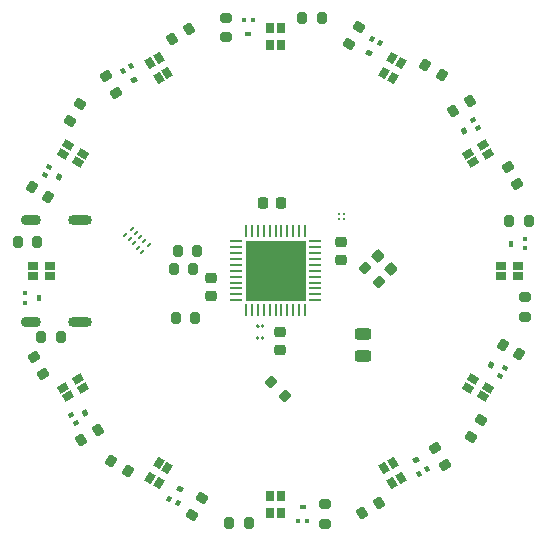
<source format=gbr>
%TF.GenerationSoftware,KiCad,Pcbnew,7.0.5*%
%TF.CreationDate,2023-10-07T14:02:05+02:00*%
%TF.ProjectId,ClockRev5,436c6f63-6b52-4657-9635-2e6b69636164,rev?*%
%TF.SameCoordinates,Original*%
%TF.FileFunction,Soldermask,Top*%
%TF.FilePolarity,Negative*%
%FSLAX46Y46*%
G04 Gerber Fmt 4.6, Leading zero omitted, Abs format (unit mm)*
G04 Created by KiCad (PCBNEW 7.0.5) date 2023-10-07 14:02:05*
%MOMM*%
%LPD*%
G01*
G04 APERTURE LIST*
G04 Aperture macros list*
%AMRoundRect*
0 Rectangle with rounded corners*
0 $1 Rounding radius*
0 $2 $3 $4 $5 $6 $7 $8 $9 X,Y pos of 4 corners*
0 Add a 4 corners polygon primitive as box body*
4,1,4,$2,$3,$4,$5,$6,$7,$8,$9,$2,$3,0*
0 Add four circle primitives for the rounded corners*
1,1,$1+$1,$2,$3*
1,1,$1+$1,$4,$5*
1,1,$1+$1,$6,$7*
1,1,$1+$1,$8,$9*
0 Add four rect primitives between the rounded corners*
20,1,$1+$1,$2,$3,$4,$5,0*
20,1,$1+$1,$4,$5,$6,$7,0*
20,1,$1+$1,$6,$7,$8,$9,0*
20,1,$1+$1,$8,$9,$2,$3,0*%
%AMRotRect*
0 Rectangle, with rotation*
0 The origin of the aperture is its center*
0 $1 length*
0 $2 width*
0 $3 Rotation angle, in degrees counterclockwise*
0 Add horizontal line*
21,1,$1,$2,0,0,$3*%
G04 Aperture macros list end*
%ADD10C,0.175000*%
%ADD11RoundRect,0.200000X0.310705X0.138157X-0.035705X0.338157X-0.310705X-0.138157X0.035705X-0.338157X0*%
%ADD12RotRect,0.650000X0.850000X120.000000*%
%ADD13RoundRect,0.200000X-0.035705X-0.338157X0.310705X-0.138157X0.035705X0.338157X-0.310705X0.138157X0*%
%ADD14RoundRect,0.200000X-0.200000X-0.275000X0.200000X-0.275000X0.200000X0.275000X-0.200000X0.275000X0*%
%ADD15RoundRect,0.200000X0.275000X-0.200000X0.275000X0.200000X-0.275000X0.200000X-0.275000X-0.200000X0*%
%ADD16R,0.450000X0.400000*%
%ADD17R,0.450000X0.500000*%
%ADD18RoundRect,0.243750X0.456250X-0.243750X0.456250X0.243750X-0.456250X0.243750X-0.456250X-0.243750X0*%
%ADD19C,0.250000*%
%ADD20RoundRect,0.225000X0.250000X-0.225000X0.250000X0.225000X-0.250000X0.225000X-0.250000X-0.225000X0*%
%ADD21RotRect,0.450000X0.400000X330.000000*%
%ADD22RotRect,0.450000X0.500000X330.000000*%
%ADD23RotRect,0.650000X0.850000X60.000000*%
%ADD24RoundRect,0.062500X0.475000X0.062500X-0.475000X0.062500X-0.475000X-0.062500X0.475000X-0.062500X0*%
%ADD25RoundRect,0.062500X0.062500X0.475000X-0.062500X0.475000X-0.062500X-0.475000X0.062500X-0.475000X0*%
%ADD26R,5.200000X5.200000*%
%ADD27RoundRect,0.225000X0.225000X0.250000X-0.225000X0.250000X-0.225000X-0.250000X0.225000X-0.250000X0*%
%ADD28RotRect,0.200000X0.475000X135.000000*%
%ADD29RoundRect,0.200000X0.138157X-0.310705X0.338157X0.035705X-0.138157X0.310705X-0.338157X-0.035705X0*%
%ADD30R,0.850000X0.650000*%
%ADD31RoundRect,0.200000X0.200000X0.275000X-0.200000X0.275000X-0.200000X-0.275000X0.200000X-0.275000X0*%
%ADD32R,0.650000X0.850000*%
%ADD33RoundRect,0.225000X-0.250000X0.225000X-0.250000X-0.225000X0.250000X-0.225000X0.250000X0.225000X0*%
%ADD34RoundRect,0.200000X0.035705X0.338157X-0.310705X0.138157X-0.035705X-0.338157X0.310705X-0.138157X0*%
%ADD35RotRect,0.450000X0.400000X240.000000*%
%ADD36RotRect,0.450000X0.500000X240.000000*%
%ADD37R,0.400000X0.450000*%
%ADD38R,0.500000X0.450000*%
%ADD39RotRect,0.650000X0.850000X300.000000*%
%ADD40RoundRect,0.200000X-0.138157X0.310705X-0.338157X-0.035705X0.138157X-0.310705X0.338157X0.035705X0*%
%ADD41RotRect,0.650000X0.850000X330.000000*%
%ADD42RotRect,0.450000X0.400000X300.000000*%
%ADD43RotRect,0.450000X0.500000X300.000000*%
%ADD44RotRect,0.650000X0.850000X30.000000*%
%ADD45RotRect,0.650000X0.850000X150.000000*%
%ADD46RoundRect,0.200000X0.338157X-0.035705X0.138157X0.310705X-0.338157X0.035705X-0.138157X-0.310705X0*%
%ADD47RoundRect,0.200000X-0.338157X0.035705X-0.138157X-0.310705X0.338157X-0.035705X0.138157X0.310705X0*%
%ADD48RotRect,0.450000X0.400000X150.000000*%
%ADD49RotRect,0.450000X0.500000X150.000000*%
%ADD50RoundRect,0.200000X-0.275000X0.200000X-0.275000X-0.200000X0.275000X-0.200000X0.275000X0.200000X0*%
%ADD51RotRect,0.650000X0.850000X210.000000*%
%ADD52RotRect,0.450000X0.400000X30.000000*%
%ADD53RotRect,0.450000X0.500000X30.000000*%
%ADD54RotRect,0.450000X0.400000X60.000000*%
%ADD55RotRect,0.450000X0.500000X60.000000*%
%ADD56RoundRect,0.200000X-0.310705X-0.138157X0.035705X-0.338157X0.310705X0.138157X-0.035705X0.338157X0*%
%ADD57RoundRect,0.200000X-0.335876X-0.053033X-0.053033X-0.335876X0.335876X0.053033X0.053033X0.335876X0*%
%ADD58RotRect,0.450000X0.400000X210.000000*%
%ADD59RotRect,0.450000X0.500000X210.000000*%
%ADD60RotRect,0.450000X0.400000X120.000000*%
%ADD61RotRect,0.450000X0.500000X120.000000*%
%ADD62RotRect,0.650000X0.850000X240.000000*%
%ADD63RoundRect,0.225000X-0.335876X-0.017678X-0.017678X-0.335876X0.335876X0.017678X0.017678X0.335876X0*%
%ADD64O,1.700000X0.900000*%
%ADD65O,2.000000X0.900000*%
G04 APERTURE END LIST*
%TO.C,X1*%
D10*
X98587500Y-105700000D02*
G75*
G03*
X98587500Y-105700000I-87500J0D01*
G01*
X98997500Y-105700000D02*
G75*
G03*
X98997500Y-105700000I-87500J0D01*
G01*
X98587500Y-104700000D02*
G75*
G03*
X98587500Y-104700000I-87500J0D01*
G01*
X98997500Y-104700000D02*
G75*
G03*
X98997500Y-104700000I-87500J0D01*
G01*
%TD*%
D11*
%TO.C,R51*%
X80774348Y-93749806D03*
X79345406Y-92924806D03*
%TD*%
%TO.C,R42*%
X87478942Y-116975000D03*
X86050000Y-116150000D03*
%TD*%
D12*
%TO.C,D8*%
X82437329Y-110630561D03*
X82012329Y-109894439D03*
X83268065Y-109169439D03*
X83693065Y-109905561D03*
%TD*%
D13*
%TO.C,R58*%
X91248557Y-80342057D03*
X92677499Y-79517057D03*
%TD*%
D14*
%TO.C,R23*%
X119774999Y-95800000D03*
X121424999Y-95800000D03*
%TD*%
D15*
%TO.C,R59*%
X95800000Y-80225000D03*
X95800000Y-78575000D03*
%TD*%
D16*
%TO.C,Q6*%
X121125000Y-98100000D03*
X121125000Y-97300000D03*
D17*
X119975000Y-97700000D03*
%TD*%
D18*
%TO.C,D14*%
X107400000Y-105362500D03*
X107400000Y-107237500D03*
%TD*%
D19*
%TO.C,X1*%
X98910000Y-105700000D03*
X98910000Y-104700000D03*
X98500000Y-104700000D03*
X98500000Y-105700000D03*
%TD*%
D20*
%TO.C,C6*%
X100400000Y-106750000D03*
X100400000Y-105200000D03*
%TD*%
D21*
%TO.C,Q13*%
X80854070Y-91178590D03*
X80454070Y-91871410D03*
D22*
X81650000Y-92100000D03*
%TD*%
D23*
%TO.C,D10*%
X82012329Y-90105561D03*
X82437329Y-89369439D03*
X83693065Y-90094439D03*
X83268065Y-90830561D03*
%TD*%
D19*
%TO.C,U2*%
X105800000Y-95200000D03*
X105800000Y-95600000D03*
X105400000Y-95200000D03*
X105400000Y-95600000D03*
%TD*%
D24*
%TO.C,U1*%
X103337500Y-102500000D03*
X103337500Y-102000000D03*
X103337500Y-101500000D03*
X103337500Y-101000000D03*
X103337500Y-100500000D03*
X103337500Y-100000000D03*
X103337500Y-99500000D03*
X103337500Y-99000000D03*
X103337500Y-98500000D03*
X103337500Y-98000000D03*
X103337500Y-97500000D03*
D25*
X102500000Y-96662500D03*
X102000000Y-96662500D03*
X101500000Y-96662500D03*
X101000000Y-96662500D03*
X100500000Y-96662500D03*
X100000000Y-96662500D03*
X99500000Y-96662500D03*
X99000000Y-96662500D03*
X98500000Y-96662500D03*
X98000000Y-96662500D03*
X97500000Y-96662500D03*
D24*
X96662500Y-97500000D03*
X96662500Y-98000000D03*
X96662500Y-98500000D03*
X96662500Y-99000000D03*
X96662500Y-99500000D03*
X96662500Y-100000000D03*
X96662500Y-100500000D03*
X96662500Y-101000000D03*
X96662500Y-101500000D03*
X96662500Y-102000000D03*
X96662500Y-102500000D03*
D25*
X97500000Y-103337500D03*
X98000000Y-103337500D03*
X98500000Y-103337500D03*
X99000000Y-103337500D03*
X99500000Y-103337500D03*
X100000000Y-103337500D03*
X100500000Y-103337500D03*
X101000000Y-103337500D03*
X101500000Y-103337500D03*
X102000000Y-103337500D03*
X102500000Y-103337500D03*
D26*
X100000000Y-100000000D03*
%TD*%
D27*
%TO.C,C8*%
X100475000Y-94300000D03*
X98925000Y-94300000D03*
%TD*%
D28*
%TO.C,D13*%
X89250000Y-97850000D03*
X88896447Y-97496447D03*
X88542893Y-97142894D03*
X88189340Y-96789340D03*
X87835787Y-96435787D03*
X87287072Y-96984502D03*
X87640625Y-97338055D03*
X87994179Y-97691608D03*
X88347732Y-98045162D03*
X88701285Y-98398715D03*
%TD*%
D29*
%TO.C,R15*%
X106250194Y-80774348D03*
X107075194Y-79345406D03*
%TD*%
D13*
%TO.C,R19*%
X115025652Y-86475194D03*
X116454594Y-85650194D03*
%TD*%
D30*
%TO.C,D3*%
X120525000Y-99575000D03*
X120525000Y-100425000D03*
X119075000Y-100425000D03*
X119075000Y-99575000D03*
%TD*%
D31*
%TO.C,R47*%
X81800000Y-105600000D03*
X80150000Y-105600000D03*
%TD*%
D32*
%TO.C,D6*%
X100425000Y-120525000D03*
X99575000Y-120525000D03*
X99575000Y-119075000D03*
X100425000Y-119075000D03*
%TD*%
D33*
%TO.C,C7*%
X94500000Y-100625000D03*
X94500000Y-102175000D03*
%TD*%
D34*
%TO.C,R43*%
X84974347Y-113524806D03*
X83545405Y-114349806D03*
%TD*%
D35*
%TO.C,Q4*%
X108833910Y-80752035D03*
X108141090Y-80352035D03*
D36*
X107912500Y-81547965D03*
%TD*%
D37*
%TO.C,Q15*%
X98100000Y-78775000D03*
X97300000Y-78775000D03*
D38*
X97700000Y-79925000D03*
%TD*%
D30*
%TO.C,D9*%
X79475000Y-100425000D03*
X79475000Y-99575000D03*
X80925000Y-99575000D03*
X80925000Y-100425000D03*
%TD*%
D39*
%TO.C,D2*%
X117562670Y-89369439D03*
X117987670Y-90105561D03*
X116731934Y-90830561D03*
X116306934Y-90094439D03*
%TD*%
D31*
%TO.C,R38*%
X97750000Y-121399999D03*
X96100000Y-121399999D03*
%TD*%
D40*
%TO.C,R39*%
X93749806Y-119225651D03*
X92924806Y-120654593D03*
%TD*%
D14*
%TO.C,R12*%
X91725000Y-98350000D03*
X93375000Y-98350000D03*
%TD*%
D31*
%TO.C,R50*%
X79825000Y-97600000D03*
X78175000Y-97600000D03*
%TD*%
D16*
%TO.C,Q12*%
X78825000Y-101900000D03*
X78825000Y-102700000D03*
D17*
X79975000Y-102300000D03*
%TD*%
D41*
%TO.C,D1*%
X109894439Y-82012329D03*
X110630561Y-82437329D03*
X109905561Y-83693065D03*
X109169439Y-83268065D03*
%TD*%
D42*
%TO.C,Q14*%
X87771410Y-82654070D03*
X87078590Y-83054070D03*
D43*
X88000000Y-83850000D03*
%TD*%
D44*
%TO.C,D11*%
X89369439Y-82437329D03*
X90105561Y-82012329D03*
X90830561Y-83268065D03*
X90094439Y-83693065D03*
%TD*%
D45*
%TO.C,D7*%
X90105561Y-117987670D03*
X89369439Y-117562670D03*
X90094439Y-116306934D03*
X90830561Y-116731934D03*
%TD*%
D29*
%TO.C,R54*%
X82592056Y-87351443D03*
X83417056Y-85922501D03*
%TD*%
D46*
%TO.C,R46*%
X80342057Y-108751443D03*
X79517057Y-107322501D03*
%TD*%
D14*
%TO.C,R62*%
X102250000Y-78600000D03*
X103900000Y-78600000D03*
%TD*%
D47*
%TO.C,R22*%
X119657942Y-91248557D03*
X120482942Y-92677499D03*
%TD*%
D48*
%TO.C,Q7*%
X119047965Y-108933910D03*
X119447965Y-108241090D03*
D49*
X118252035Y-108012500D03*
%TD*%
D50*
%TO.C,R26*%
X121150000Y-102250000D03*
X121150000Y-103900000D03*
%TD*%
D51*
%TO.C,D5*%
X110630561Y-117562670D03*
X109894439Y-117987670D03*
X109169439Y-116731934D03*
X109905561Y-116306934D03*
%TD*%
D40*
%TO.C,R30*%
X117407943Y-112648557D03*
X116582943Y-114077499D03*
%TD*%
D20*
%TO.C,C5*%
X105550000Y-99100000D03*
X105550000Y-97550000D03*
%TD*%
D46*
%TO.C,R55*%
X86475194Y-84974347D03*
X85650194Y-83545405D03*
%TD*%
D52*
%TO.C,Q11*%
X82702035Y-112241090D03*
X83102035Y-112933910D03*
D53*
X83897965Y-112012500D03*
%TD*%
D54*
%TO.C,Q10*%
X91016090Y-119297965D03*
X91708910Y-119697965D03*
D55*
X91937500Y-118502035D03*
%TD*%
D47*
%TO.C,R31*%
X113524806Y-115025652D03*
X114349806Y-116454594D03*
%TD*%
D56*
%TO.C,R18*%
X112648557Y-82592056D03*
X114077499Y-83417056D03*
%TD*%
D32*
%TO.C,D12*%
X99575000Y-79475000D03*
X100425000Y-79475000D03*
X100425000Y-80925000D03*
X99575000Y-80925000D03*
%TD*%
D57*
%TO.C,R64*%
X107607969Y-99766637D03*
X108774695Y-100933363D03*
%TD*%
D56*
%TO.C,R27*%
X119225651Y-106250194D03*
X120654593Y-107075194D03*
%TD*%
D57*
%TO.C,R63*%
X99650000Y-109400000D03*
X100816726Y-110566726D03*
%TD*%
D58*
%TO.C,Q5*%
X117147965Y-87908910D03*
X116747965Y-87216090D03*
D59*
X115952035Y-88137500D03*
%TD*%
D60*
%TO.C,Q8*%
X112141090Y-117197965D03*
X112833910Y-116797965D03*
D61*
X111912500Y-116002035D03*
%TD*%
D14*
%TO.C,R14*%
X91575000Y-104000000D03*
X93225000Y-104000000D03*
%TD*%
%TO.C,R13*%
X91375000Y-99890000D03*
X93025000Y-99890000D03*
%TD*%
D50*
%TO.C,R35*%
X104200000Y-119775000D03*
X104200000Y-121425000D03*
%TD*%
D34*
%TO.C,R34*%
X108751443Y-119657942D03*
X107322501Y-120482942D03*
%TD*%
D37*
%TO.C,Q9*%
X101900000Y-121175000D03*
X102700000Y-121175000D03*
D38*
X102300000Y-120025000D03*
%TD*%
D62*
%TO.C,D4*%
X117987670Y-109894439D03*
X117562670Y-110630561D03*
X116306934Y-109905561D03*
X116731934Y-109169439D03*
%TD*%
D63*
%TO.C,C16*%
X108703984Y-98741332D03*
X109800000Y-99837348D03*
%TD*%
D64*
%TO.C,J1*%
X79260000Y-104320000D03*
D65*
X83430000Y-104320000D03*
D64*
X79260000Y-95680000D03*
D65*
X83430000Y-95680000D03*
%TD*%
M02*

</source>
